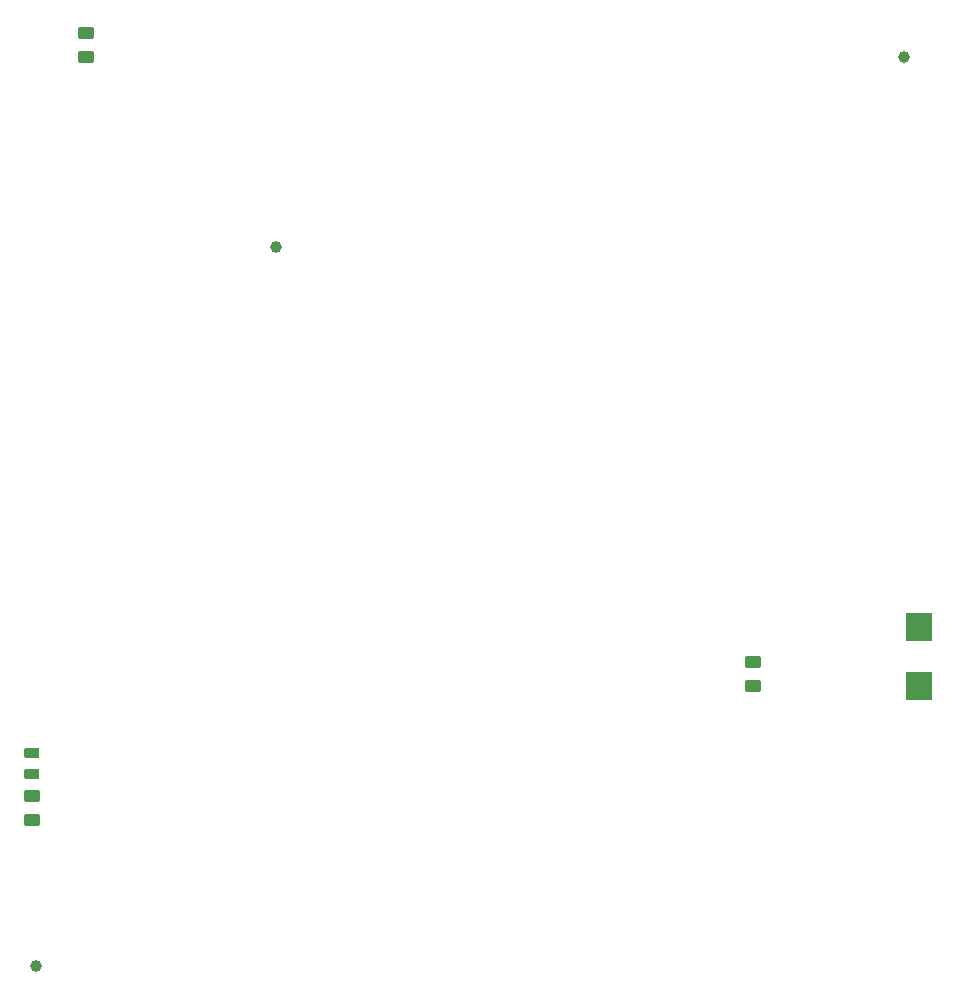
<source format=gtp>
G04*
G04 #@! TF.GenerationSoftware,Altium Limited,Altium Designer,23.3.1 (30)*
G04*
G04 Layer_Color=8421504*
%FSLAX26Y26*%
%MOIN*%
G70*
G04*
G04 #@! TF.SameCoordinates,AF54F826-5E14-49BB-B143-2C6BD7E0847E*
G04*
G04*
G04 #@! TF.FilePolarity,Positive*
G04*
G01*
G75*
G04:AMPARAMS|DCode=20|XSize=40mil|YSize=55mil|CornerRadius=5mil|HoleSize=0mil|Usage=FLASHONLY|Rotation=90.000|XOffset=0mil|YOffset=0mil|HoleType=Round|Shape=RoundedRectangle|*
%AMROUNDEDRECTD20*
21,1,0.040000,0.045000,0,0,90.0*
21,1,0.030000,0.055000,0,0,90.0*
1,1,0.010000,0.022500,0.015000*
1,1,0.010000,0.022500,-0.015000*
1,1,0.010000,-0.022500,-0.015000*
1,1,0.010000,-0.022500,0.015000*
%
%ADD20ROUNDEDRECTD20*%
%ADD21R,0.087800X0.093310*%
G04:AMPARAMS|DCode=22|XSize=35mil|YSize=50mil|CornerRadius=4.375mil|HoleSize=0mil|Usage=FLASHONLY|Rotation=270.000|XOffset=0mil|YOffset=0mil|HoleType=Round|Shape=RoundedRectangle|*
%AMROUNDEDRECTD22*
21,1,0.035000,0.041250,0,0,270.0*
21,1,0.026250,0.050000,0,0,270.0*
1,1,0.008750,-0.020625,-0.013125*
1,1,0.008750,-0.020625,0.013125*
1,1,0.008750,0.020625,0.013125*
1,1,0.008750,0.020625,-0.013125*
%
%ADD22ROUNDEDRECTD22*%
%ADD23C,0.039370*%
D20*
X-1210630Y1595748D02*
D03*
Y1515748D02*
D03*
X-1390748Y-946221D02*
D03*
Y-1026220D02*
D03*
X1013779Y-581339D02*
D03*
Y-501339D02*
D03*
D21*
X1564961Y-579524D02*
D03*
Y-385043D02*
D03*
D22*
X-1390748Y-803583D02*
D03*
Y-873583D02*
D03*
D23*
X1515748Y1515748D02*
D03*
X-578740Y881890D02*
D03*
X-1377953Y-1515748D02*
D03*
M02*

</source>
